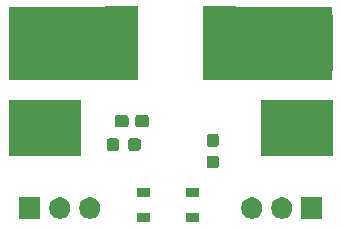
<source format=gbr>
G04 #@! TF.GenerationSoftware,KiCad,Pcbnew,(5.1.5)-3*
G04 #@! TF.CreationDate,2021-02-05T10:45:09+01:00*
G04 #@! TF.ProjectId,kapuki-cursen-hw,6b617075-6b69-42d6-9375-7273656e2d68,rev?*
G04 #@! TF.SameCoordinates,Original*
G04 #@! TF.FileFunction,Soldermask,Bot*
G04 #@! TF.FilePolarity,Negative*
%FSLAX46Y46*%
G04 Gerber Fmt 4.6, Leading zero omitted, Abs format (unit mm)*
G04 Created by KiCad (PCBNEW (5.1.5)-3) date 2021-02-05 10:45:09*
%MOMM*%
%LPD*%
G04 APERTURE LIST*
%ADD10C,0.100000*%
G04 APERTURE END LIST*
D10*
G36*
X137042200Y-92611400D02*
G01*
X135890600Y-92611400D01*
X135890600Y-91859800D01*
X137042200Y-91859800D01*
X137042200Y-92611400D01*
G37*
G36*
X132892200Y-92611400D02*
G01*
X131740600Y-92611400D01*
X131740600Y-91859800D01*
X132892200Y-91859800D01*
X132892200Y-92611400D01*
G37*
G36*
X141740754Y-90573817D02*
G01*
X141904689Y-90641721D01*
X142052227Y-90740303D01*
X142177697Y-90865773D01*
X142276279Y-91013311D01*
X142344183Y-91177246D01*
X142378800Y-91351279D01*
X142378800Y-91528721D01*
X142344183Y-91702754D01*
X142276279Y-91866689D01*
X142177697Y-92014227D01*
X142052227Y-92139697D01*
X141904689Y-92238279D01*
X141740754Y-92306183D01*
X141566721Y-92340800D01*
X141389279Y-92340800D01*
X141215246Y-92306183D01*
X141051311Y-92238279D01*
X140903773Y-92139697D01*
X140778303Y-92014227D01*
X140679721Y-91866689D01*
X140611817Y-91702754D01*
X140577200Y-91528721D01*
X140577200Y-91351279D01*
X140611817Y-91177246D01*
X140679721Y-91013311D01*
X140778303Y-90865773D01*
X140903773Y-90740303D01*
X141051311Y-90641721D01*
X141215246Y-90573817D01*
X141389279Y-90539200D01*
X141566721Y-90539200D01*
X141740754Y-90573817D01*
G37*
G36*
X147458800Y-92340800D02*
G01*
X145657200Y-92340800D01*
X145657200Y-90539200D01*
X147458800Y-90539200D01*
X147458800Y-92340800D01*
G37*
G36*
X144280754Y-90573817D02*
G01*
X144444689Y-90641721D01*
X144592227Y-90740303D01*
X144717697Y-90865773D01*
X144816279Y-91013311D01*
X144884183Y-91177246D01*
X144918800Y-91351279D01*
X144918800Y-91528721D01*
X144884183Y-91702754D01*
X144816279Y-91866689D01*
X144717697Y-92014227D01*
X144592227Y-92139697D01*
X144444689Y-92238279D01*
X144280754Y-92306183D01*
X144106721Y-92340800D01*
X143929279Y-92340800D01*
X143755246Y-92306183D01*
X143591311Y-92238279D01*
X143443773Y-92139697D01*
X143318303Y-92014227D01*
X143219721Y-91866689D01*
X143151817Y-91702754D01*
X143117200Y-91528721D01*
X143117200Y-91351279D01*
X143151817Y-91177246D01*
X143219721Y-91013311D01*
X143318303Y-90865773D01*
X143443773Y-90740303D01*
X143591311Y-90641721D01*
X143755246Y-90573817D01*
X143929279Y-90539200D01*
X144106721Y-90539200D01*
X144280754Y-90573817D01*
G37*
G36*
X123582800Y-92340800D02*
G01*
X121781200Y-92340800D01*
X121781200Y-90539200D01*
X123582800Y-90539200D01*
X123582800Y-92340800D01*
G37*
G36*
X125484754Y-90573817D02*
G01*
X125648689Y-90641721D01*
X125796227Y-90740303D01*
X125921697Y-90865773D01*
X126020279Y-91013311D01*
X126088183Y-91177246D01*
X126122800Y-91351279D01*
X126122800Y-91528721D01*
X126088183Y-91702754D01*
X126020279Y-91866689D01*
X125921697Y-92014227D01*
X125796227Y-92139697D01*
X125648689Y-92238279D01*
X125484754Y-92306183D01*
X125310721Y-92340800D01*
X125133279Y-92340800D01*
X124959246Y-92306183D01*
X124795311Y-92238279D01*
X124647773Y-92139697D01*
X124522303Y-92014227D01*
X124423721Y-91866689D01*
X124355817Y-91702754D01*
X124321200Y-91528721D01*
X124321200Y-91351279D01*
X124355817Y-91177246D01*
X124423721Y-91013311D01*
X124522303Y-90865773D01*
X124647773Y-90740303D01*
X124795311Y-90641721D01*
X124959246Y-90573817D01*
X125133279Y-90539200D01*
X125310721Y-90539200D01*
X125484754Y-90573817D01*
G37*
G36*
X128024754Y-90573817D02*
G01*
X128188689Y-90641721D01*
X128336227Y-90740303D01*
X128461697Y-90865773D01*
X128560279Y-91013311D01*
X128628183Y-91177246D01*
X128662800Y-91351279D01*
X128662800Y-91528721D01*
X128628183Y-91702754D01*
X128560279Y-91866689D01*
X128461697Y-92014227D01*
X128336227Y-92139697D01*
X128188689Y-92238279D01*
X128024754Y-92306183D01*
X127850721Y-92340800D01*
X127673279Y-92340800D01*
X127499246Y-92306183D01*
X127335311Y-92238279D01*
X127187773Y-92139697D01*
X127062303Y-92014227D01*
X126963721Y-91866689D01*
X126895817Y-91702754D01*
X126861200Y-91528721D01*
X126861200Y-91351279D01*
X126895817Y-91177246D01*
X126963721Y-91013311D01*
X127062303Y-90865773D01*
X127187773Y-90740303D01*
X127335311Y-90641721D01*
X127499246Y-90573817D01*
X127673279Y-90539200D01*
X127850721Y-90539200D01*
X128024754Y-90573817D01*
G37*
G36*
X137042200Y-90461400D02*
G01*
X135890600Y-90461400D01*
X135890600Y-89709800D01*
X137042200Y-89709800D01*
X137042200Y-90461400D01*
G37*
G36*
X132892200Y-90461400D02*
G01*
X131740600Y-90461400D01*
X131740600Y-89709800D01*
X132892200Y-89709800D01*
X132892200Y-90461400D01*
G37*
G36*
X138500391Y-86993129D02*
G01*
X138547299Y-87007358D01*
X138590535Y-87030468D01*
X138628431Y-87061569D01*
X138659532Y-87099465D01*
X138682642Y-87142701D01*
X138696871Y-87189609D01*
X138701800Y-87239651D01*
X138701800Y-87813349D01*
X138696871Y-87863391D01*
X138682642Y-87910299D01*
X138659532Y-87953535D01*
X138628431Y-87991431D01*
X138590535Y-88022532D01*
X138547299Y-88045642D01*
X138500391Y-88059871D01*
X138450349Y-88064800D01*
X137901651Y-88064800D01*
X137851609Y-88059871D01*
X137804701Y-88045642D01*
X137761465Y-88022532D01*
X137723569Y-87991431D01*
X137692468Y-87953535D01*
X137669358Y-87910299D01*
X137655129Y-87863391D01*
X137650200Y-87813349D01*
X137650200Y-87239651D01*
X137655129Y-87189609D01*
X137669358Y-87142701D01*
X137692468Y-87099465D01*
X137723569Y-87061569D01*
X137761465Y-87030468D01*
X137804701Y-87007358D01*
X137851609Y-86993129D01*
X137901651Y-86988200D01*
X138450349Y-86988200D01*
X138500391Y-86993129D01*
G37*
G36*
X127002800Y-87020800D02*
G01*
X120901200Y-87020800D01*
X120901200Y-82319200D01*
X127002800Y-82319200D01*
X127002800Y-87020800D01*
G37*
G36*
X148338800Y-87020800D02*
G01*
X142237200Y-87020800D01*
X142237200Y-82319200D01*
X148338800Y-82319200D01*
X148338800Y-87020800D01*
G37*
G36*
X131881591Y-85534329D02*
G01*
X131928499Y-85548558D01*
X131971735Y-85571668D01*
X132009631Y-85602769D01*
X132040732Y-85640665D01*
X132063842Y-85683901D01*
X132078071Y-85730809D01*
X132083000Y-85780851D01*
X132083000Y-86329549D01*
X132078071Y-86379591D01*
X132063842Y-86426499D01*
X132040732Y-86469735D01*
X132009631Y-86507631D01*
X131971735Y-86538732D01*
X131928499Y-86561842D01*
X131881591Y-86576071D01*
X131831549Y-86581000D01*
X131257851Y-86581000D01*
X131207809Y-86576071D01*
X131160901Y-86561842D01*
X131117665Y-86538732D01*
X131079769Y-86507631D01*
X131048668Y-86469735D01*
X131025558Y-86426499D01*
X131011329Y-86379591D01*
X131006400Y-86329549D01*
X131006400Y-85780851D01*
X131011329Y-85730809D01*
X131025558Y-85683901D01*
X131048668Y-85640665D01*
X131079769Y-85602769D01*
X131117665Y-85571668D01*
X131160901Y-85548558D01*
X131207809Y-85534329D01*
X131257851Y-85529400D01*
X131831549Y-85529400D01*
X131881591Y-85534329D01*
G37*
G36*
X130056591Y-85534329D02*
G01*
X130103499Y-85548558D01*
X130146735Y-85571668D01*
X130184631Y-85602769D01*
X130215732Y-85640665D01*
X130238842Y-85683901D01*
X130253071Y-85730809D01*
X130258000Y-85780851D01*
X130258000Y-86329549D01*
X130253071Y-86379591D01*
X130238842Y-86426499D01*
X130215732Y-86469735D01*
X130184631Y-86507631D01*
X130146735Y-86538732D01*
X130103499Y-86561842D01*
X130056591Y-86576071D01*
X130006549Y-86581000D01*
X129432851Y-86581000D01*
X129382809Y-86576071D01*
X129335901Y-86561842D01*
X129292665Y-86538732D01*
X129254769Y-86507631D01*
X129223668Y-86469735D01*
X129200558Y-86426499D01*
X129186329Y-86379591D01*
X129181400Y-86329549D01*
X129181400Y-85780851D01*
X129186329Y-85730809D01*
X129200558Y-85683901D01*
X129223668Y-85640665D01*
X129254769Y-85602769D01*
X129292665Y-85571668D01*
X129335901Y-85548558D01*
X129382809Y-85534329D01*
X129432851Y-85529400D01*
X130006549Y-85529400D01*
X130056591Y-85534329D01*
G37*
G36*
X138500391Y-85168129D02*
G01*
X138547299Y-85182358D01*
X138590535Y-85205468D01*
X138628431Y-85236569D01*
X138659532Y-85274465D01*
X138682642Y-85317701D01*
X138696871Y-85364609D01*
X138701800Y-85414651D01*
X138701800Y-85988349D01*
X138696871Y-86038391D01*
X138682642Y-86085299D01*
X138659532Y-86128535D01*
X138628431Y-86166431D01*
X138590535Y-86197532D01*
X138547299Y-86220642D01*
X138500391Y-86234871D01*
X138450349Y-86239800D01*
X137901651Y-86239800D01*
X137851609Y-86234871D01*
X137804701Y-86220642D01*
X137761465Y-86197532D01*
X137723569Y-86166431D01*
X137692468Y-86128535D01*
X137669358Y-86085299D01*
X137655129Y-86038391D01*
X137650200Y-85988349D01*
X137650200Y-85414651D01*
X137655129Y-85364609D01*
X137669358Y-85317701D01*
X137692468Y-85274465D01*
X137723569Y-85236569D01*
X137761465Y-85205468D01*
X137804701Y-85182358D01*
X137851609Y-85168129D01*
X137901651Y-85163200D01*
X138450349Y-85163200D01*
X138500391Y-85168129D01*
G37*
G36*
X130842391Y-83553129D02*
G01*
X130889299Y-83567358D01*
X130932535Y-83590468D01*
X130970431Y-83621569D01*
X131001532Y-83659465D01*
X131024642Y-83702701D01*
X131038871Y-83749609D01*
X131043800Y-83799651D01*
X131043800Y-84348349D01*
X131038871Y-84398391D01*
X131024642Y-84445299D01*
X131001532Y-84488535D01*
X130970431Y-84526431D01*
X130932535Y-84557532D01*
X130889299Y-84580642D01*
X130842391Y-84594871D01*
X130792349Y-84599800D01*
X130118651Y-84599800D01*
X130068609Y-84594871D01*
X130021701Y-84580642D01*
X129978465Y-84557532D01*
X129940569Y-84526431D01*
X129909468Y-84488535D01*
X129886358Y-84445299D01*
X129872129Y-84398391D01*
X129867200Y-84348349D01*
X129867200Y-83799651D01*
X129872129Y-83749609D01*
X129886358Y-83702701D01*
X129909468Y-83659465D01*
X129940569Y-83621569D01*
X129978465Y-83590468D01*
X130021701Y-83567358D01*
X130068609Y-83553129D01*
X130118651Y-83548200D01*
X130792349Y-83548200D01*
X130842391Y-83553129D01*
G37*
G36*
X132567391Y-83553129D02*
G01*
X132614299Y-83567358D01*
X132657535Y-83590468D01*
X132695431Y-83621569D01*
X132726532Y-83659465D01*
X132749642Y-83702701D01*
X132763871Y-83749609D01*
X132768800Y-83799651D01*
X132768800Y-84348349D01*
X132763871Y-84398391D01*
X132749642Y-84445299D01*
X132726532Y-84488535D01*
X132695431Y-84526431D01*
X132657535Y-84557532D01*
X132614299Y-84580642D01*
X132567391Y-84594871D01*
X132517349Y-84599800D01*
X131843651Y-84599800D01*
X131793609Y-84594871D01*
X131746701Y-84580642D01*
X131703465Y-84557532D01*
X131665569Y-84526431D01*
X131634468Y-84488535D01*
X131611358Y-84445299D01*
X131597129Y-84398391D01*
X131592200Y-84348349D01*
X131592200Y-83799651D01*
X131597129Y-83749609D01*
X131611358Y-83702701D01*
X131634468Y-83659465D01*
X131665569Y-83621569D01*
X131703465Y-83590468D01*
X131746701Y-83567358D01*
X131793609Y-83553129D01*
X131843651Y-83548200D01*
X132517349Y-83548200D01*
X132567391Y-83553129D01*
G37*
G36*
X131870800Y-80620800D02*
G01*
X129069200Y-80620800D01*
X129069200Y-80594199D01*
X129068712Y-80589244D01*
X129067267Y-80584479D01*
X129064919Y-80580088D01*
X129061761Y-80576239D01*
X129057912Y-80573081D01*
X129053521Y-80570733D01*
X129048756Y-80569288D01*
X129043801Y-80568800D01*
X120954800Y-80568800D01*
X120954800Y-79846199D01*
X120954312Y-79841244D01*
X120952867Y-79836479D01*
X120950519Y-79832088D01*
X120947361Y-79828239D01*
X120943512Y-79825081D01*
X120939121Y-79822733D01*
X120934356Y-79821288D01*
X120929401Y-79820800D01*
X120901200Y-79820800D01*
X120901200Y-75119200D01*
X120929401Y-75119200D01*
X120934356Y-75118712D01*
X120939121Y-75117267D01*
X120943512Y-75114919D01*
X120947361Y-75111761D01*
X120950519Y-75107912D01*
X120952867Y-75103521D01*
X120954312Y-75098756D01*
X120954800Y-75093801D01*
X120954800Y-74371200D01*
X129043801Y-74371200D01*
X129048756Y-74370712D01*
X129053521Y-74369267D01*
X129057912Y-74366919D01*
X129061761Y-74363761D01*
X129064919Y-74359912D01*
X129067267Y-74355521D01*
X129068712Y-74350756D01*
X129069200Y-74345801D01*
X129069200Y-74319200D01*
X131870800Y-74319200D01*
X131870800Y-80620800D01*
G37*
G36*
X140170800Y-74345801D02*
G01*
X140171288Y-74350756D01*
X140172733Y-74355521D01*
X140175081Y-74359912D01*
X140178239Y-74363761D01*
X140182088Y-74366919D01*
X140186479Y-74369267D01*
X140191244Y-74370712D01*
X140196199Y-74371200D01*
X148285200Y-74371200D01*
X148285200Y-75093801D01*
X148285688Y-75098756D01*
X148287133Y-75103521D01*
X148289481Y-75107912D01*
X148292639Y-75111761D01*
X148296488Y-75114919D01*
X148300879Y-75117267D01*
X148305644Y-75118712D01*
X148310599Y-75119200D01*
X148338800Y-75119200D01*
X148338800Y-79820800D01*
X148310599Y-79820800D01*
X148305644Y-79821288D01*
X148300879Y-79822733D01*
X148296488Y-79825081D01*
X148292639Y-79828239D01*
X148289481Y-79832088D01*
X148287133Y-79836479D01*
X148285688Y-79841244D01*
X148285200Y-79846199D01*
X148285200Y-80568800D01*
X140196199Y-80568800D01*
X140191244Y-80569288D01*
X140186479Y-80570733D01*
X140182088Y-80573081D01*
X140178239Y-80576239D01*
X140175081Y-80580088D01*
X140172733Y-80584479D01*
X140171288Y-80589244D01*
X140170800Y-80594199D01*
X140170800Y-80620800D01*
X137369200Y-80620800D01*
X137369200Y-74319200D01*
X140170800Y-74319200D01*
X140170800Y-74345801D01*
G37*
M02*

</source>
